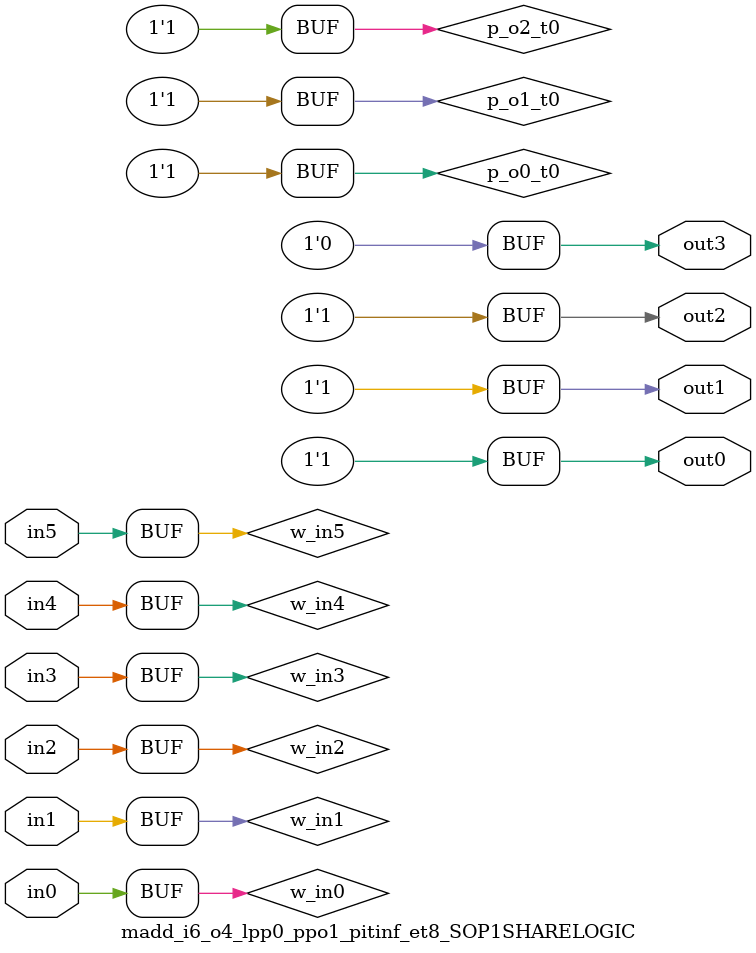
<source format=v>
module madd_i6_o4_lpp0_ppo1_pitinf_et8_SOP1SHARELOGIC (in0, in1, in2, in3, in4, in5, out0, out1, out2, out3);
// declaring inputs
input in0,  in1,  in2,  in3,  in4,  in5;
// declaring outputs
output out0,  out1,  out2,  out3;
// JSON model input
wire w_in5, w_in4, w_in3, w_in2, w_in1, w_in0;
// JSON model output
wire w_g29, w_g46, w_g52, w_g54;
//json model
wire p_o0_t0, p_o1_t0, p_o2_t0, p_o3_t0;
// JSON model input assign
assign w_in5 = in5;
assign w_in4 = in4;
assign w_in3 = in3;
assign w_in2 = in2;
assign w_in1 = in1;
assign w_in0 = in0;
//json model assigns (approximated/XPATed part)
assign p_o0_t0 = 1;
assign out0 = p_o0_t0;
assign p_o1_t0 = 1;
assign out1 = p_o1_t0;
assign p_o2_t0 = 1;
assign out2 = p_o2_t0;
assign out3 = 0;
endmodule
</source>
